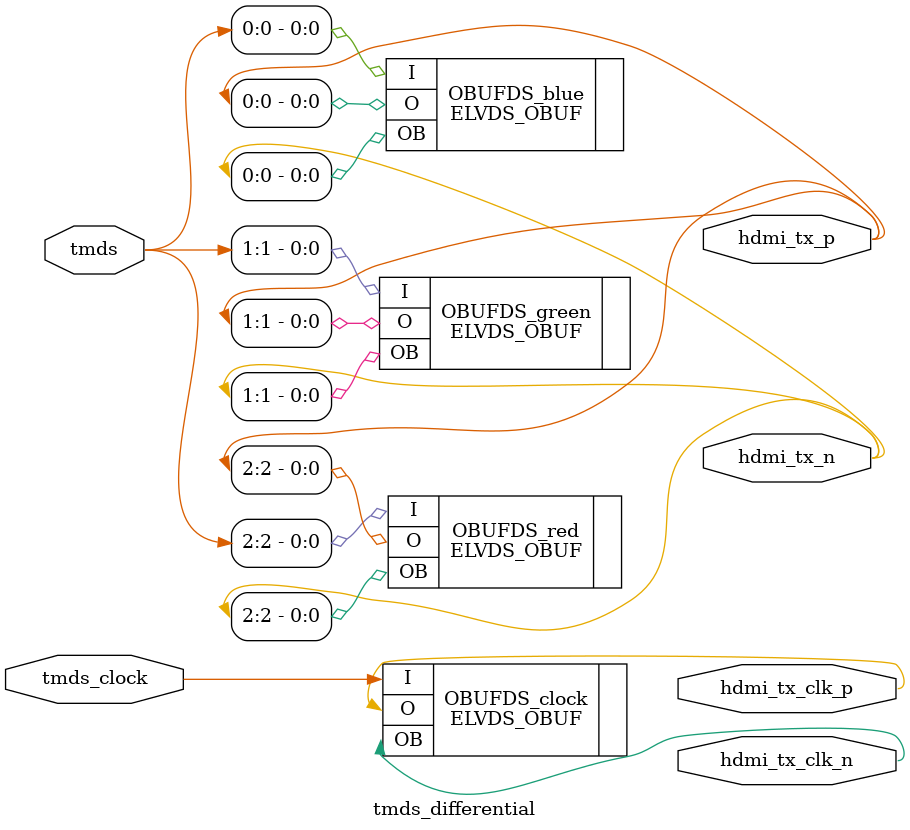
<source format=v>


// This program is distributed in the hope that it will be useful,
// but WITHOUT ANY WARRANTY; without even the implied warranty of
// MERCHANTABILITY or FITNESS FOR A PARTICULAR PURPOSE.  See the
// GNU General Public License for more details.

// You should have received a copy of the GNU General Public License
// along with this program.  If not, see <http://www.gnu.org/licenses/>.

module tmds_differential (
    input  wire [2:0] tmds,         // Single-ended TMDS data channels
    input  wire       tmds_clock,    // Single-ended TMDS clock
    output wire [2:0] hdmi_tx_p,    // Three HDMI channels differential positive
    output wire [2:0] hdmi_tx_n,    // Three HDMI channels differential negative
    output wire       hdmi_tx_clk_p, // HDMI clock differential positive
    output wire       hdmi_tx_clk_n  // HDMI clock differential negative
);

    // inspired by https://github.com/vossstef/tang_nano_9k_6502/blob/9554eedcb23578a59fe550fc90855f47f3b96027/src/dvi.v#L128

    // TMDS Buffered Differential Output for data channels
    ELVDS_OBUF OBUFDS_red   (.I(tmds[2]),     .O(hdmi_tx_p[2]), .OB(hdmi_tx_n[2]));
    ELVDS_OBUF OBUFDS_green (.I(tmds[1]),     .O(hdmi_tx_p[1]), .OB(hdmi_tx_n[1]));
    ELVDS_OBUF OBUFDS_blue  (.I(tmds[0]),     .O(hdmi_tx_p[0]), .OB(hdmi_tx_n[0]));
    
    // TMDS Buffered Differential Output for clock
    ELVDS_OBUF OBUFDS_clock (.I(tmds_clock), .O(hdmi_tx_clk_p), .OB(hdmi_tx_clk_n));

endmodule
</source>
